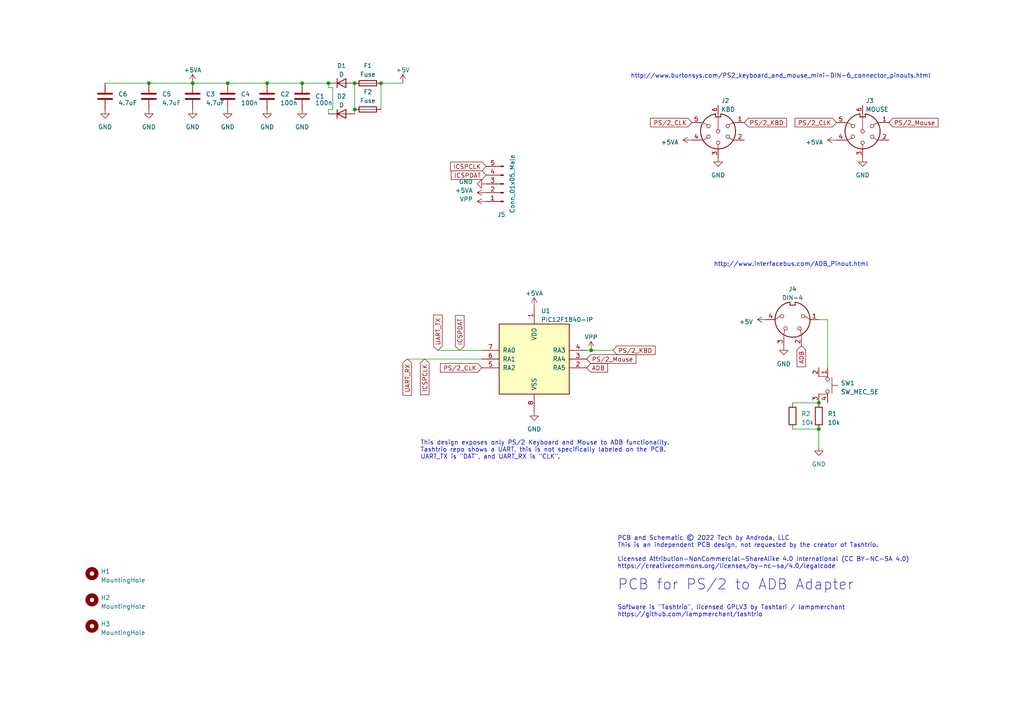
<source format=kicad_sch>
(kicad_sch (version 20221004) (generator eeschema)
  (paper "A4")
  (lib_symbols
    (symbol "Connector:Conn_01x05_Male" (pin_names (offset 1.016) hide)
      (property "Reference" "J" (at 0 7.62 0))
      (property "Value" "Conn_01x05_Male" (at 0 -7.62 0))
      (symbol "Conn_01x05_Male_1_1"
        (polyline (pts (xy 1.27 -5.08) (xy 0.8636 -5.08)) (stroke (width 0.1524)))
        (polyline (pts (xy 1.27 -2.54) (xy 0.8636 -2.54)) (stroke (width 0.1524)))
        (polyline (pts (xy 1.27 0) (xy 0.8636 0)) (stroke (width 0.1524)))
        (polyline (pts (xy 1.27 2.54) (xy 0.8636 2.54)) (stroke (width 0.1524)))
        (polyline (pts (xy 1.27 5.08) (xy 0.8636 5.08)) (stroke (width 0.1524)))
        (rectangle (start 0.8636 -4.953) (end 0 -5.207) (stroke (width 0.1524)) (fill (type outline)))
        (rectangle (start 0.8636 -2.413) (end 0 -2.667) (stroke (width 0.1524)) (fill (type outline)))
        (rectangle (start 0.8636 0.127) (end 0 -0.127) (stroke (width 0.1524)) (fill (type outline)))
        (rectangle (start 0.8636 2.667) (end 0 2.413) (stroke (width 0.1524)) (fill (type outline)))
        (rectangle (start 0.8636 5.207) (end 0 4.953) (stroke (width 0.1524)) (fill (type outline)))
        (pin passive line (at 5.08 5.08 180) (length 3.81) (name "Pin_1") (number "1"))
        (pin passive line (at 5.08 2.54 180) (length 3.81) (name "Pin_2") (number "2"))
        (pin passive line (at 5.08 0 180) (length 3.81) (name "Pin_3") (number "3"))
        (pin passive line (at 5.08 -2.54 180) (length 3.81) (name "Pin_4") (number "4"))
        (pin passive line (at 5.08 -5.08 180) (length 3.81) (name "Pin_5") (number "5"))
      )
    )
    (symbol "Connector:DIN-4" (pin_names (offset 1.016))
      (property "Reference" "J" (at 5.334 5.08 0))
      (property "Value" "DIN-4" (at 0 -6.35 0))
      (symbol "DIN-4_0_1"
        (arc (start -5.08 0) (mid -3.8609 -3.3364) (end -0.762 -5.08) (stroke (width 0.254)))
        (circle (center -3.048 -1.016) (radius 0.508))
        (circle (center -2.032 2.54) (radius 0.508))
        (polyline (pts (xy -3.556 -1.016) (xy -5.08 0)))
        (polyline (pts (xy 5.08 0) (xy 3.556 -1.016)))
        (polyline (pts (xy -2.54 5.08) (xy -2.54 4.318) (xy -2.286 3.048)))
        (polyline (pts (xy 2.54 5.08) (xy 2.54 4.318) (xy 2.286 3.048)))
        (polyline (pts (xy -0.762 -4.953) (xy -0.762 -4.191) (xy 0.762 -4.191) (xy 0.762 -4.953)) (stroke (width 0.254)))
        (arc (start 0.762 -5.08) (mid 3.8685 -3.343) (end 5.08 0) (stroke (width 0.254)))
        (circle (center 2.032 2.54) (radius 0.508))
        (circle (center 3.048 -1.016) (radius 0.508))
        (arc (start 5.08 0) (mid 0 5.08) (end -5.08 0) (stroke (width 0.254)))
      )
      (symbol "DIN-4_1_1"
        (pin passive line (at -7.62 0 0) (length 2.54) (name "~") (number "1"))
        (pin passive line (at -2.54 7.62 270) (length 2.54) (name "~") (number "2"))
        (pin passive line (at 2.54 7.62 270) (length 2.54) (name "~") (number "3"))
        (pin passive line (at 7.62 0 180) (length 2.54) (name "~") (number "4"))
      )
    )
    (symbol "Connector:DIN-6" (pin_names (offset 1.016))
      (property "Reference" "J" (at 3.175 5.715 0))
      (property "Value" "DIN-6" (at 4.445 -4.445 0))
      (symbol "DIN-6_0_1"
        (arc (start -5.08 0) (mid -3.8609 -3.3364) (end -0.762 -5.08) (stroke (width 0.254)))
        (circle (center -2.794 -1.524) (radius 0.508))
        (circle (center -2.794 1.524) (radius 0.508))
        (polyline (pts (xy 0 -5.08) (xy 0 -0.508)))
        (polyline (pts (xy 0 5.08) (xy 0 3.81)))
        (polyline (pts (xy -5.08 -2.54) (xy -4.318 -2.54) (xy -3.175 -1.905)))
        (polyline (pts (xy -5.08 2.54) (xy -4.318 2.54) (xy -3.175 1.905)))
        (polyline (pts (xy 5.08 -2.54) (xy 4.318 -2.54) (xy 3.175 -1.905)))
        (polyline (pts (xy 5.08 2.54) (xy 4.318 2.54) (xy 3.175 1.905)))
        (polyline (pts (xy -0.762 -4.953) (xy -0.762 -4.191) (xy 0.762 -4.191) (xy 0.762 -4.953)) (stroke (width 0.254)))
        (circle (center 0 0) (radius 0.508))
        (circle (center 0 3.302) (radius 0.508))
        (arc (start 0.762 -5.08) (mid 3.8685 -3.343) (end 5.08 0) (stroke (width 0.254)))
        (circle (center 2.794 -1.524) (radius 0.508))
        (circle (center 2.794 1.524) (radius 0.508))
        (arc (start 5.08 0) (mid 0 5.08) (end -5.08 0) (stroke (width 0.254)))
      )
      (symbol "DIN-6_1_1"
        (pin passive line (at -7.62 -2.54 0) (length 2.54) (name "~") (number "1"))
        (pin passive line (at -7.62 2.54 0) (length 2.54) (name "~") (number "2"))
        (pin passive line (at 0 7.62 270) (length 2.54) (name "~") (number "3"))
        (pin passive line (at 7.62 2.54 180) (length 2.54) (name "~") (number "4"))
        (pin passive line (at 7.62 -2.54 180) (length 2.54) (name "~") (number "5"))
        (pin passive line (at 0 -7.62 90) (length 2.54) (name "~") (number "6"))
      )
    )
    (symbol "Device:C" (pin_numbers hide) (pin_names (offset 0.254))
      (property "Reference" "C" (at 0.635 2.54 0))
      (property "Value" "C" (at 0.635 -2.54 0))
      (symbol "C_0_1"
        (polyline (pts (xy -2.032 -0.762) (xy 2.032 -0.762)) (stroke (width 0.508)))
        (polyline (pts (xy -2.032 0.762) (xy 2.032 0.762)) (stroke (width 0.508)))
      )
      (symbol "C_1_1"
        (pin passive line (at 0 3.81 270) (length 2.794) (name "~") (number "1"))
        (pin passive line (at 0 -3.81 90) (length 2.794) (name "~") (number "2"))
      )
    )
    (symbol "Device:D" (pin_numbers hide) (pin_names (offset 1.016) hide)
      (property "Reference" "D" (at 0 2.54 0))
      (property "Value" "D" (at 0 -2.54 0))
      (symbol "D_0_1"
        (polyline (pts (xy -1.27 1.27) (xy -1.27 -1.27)) (stroke (width 0.254)))
        (polyline (pts (xy 1.27 0) (xy -1.27 0)))
        (polyline (pts (xy 1.27 1.27) (xy 1.27 -1.27) (xy -1.27 0) (xy 1.27 1.27)) (stroke (width 0.254)))
      )
      (symbol "D_1_1"
        (pin passive line (at -3.81 0 0) (length 2.54) (name "K") (number "1"))
        (pin passive line (at 3.81 0 180) (length 2.54) (name "A") (number "2"))
      )
    )
    (symbol "Device:Fuse" (pin_numbers hide) (pin_names (offset 0))
      (property "Reference" "F" (at 2.032 0 90))
      (property "Value" "Fuse" (at -1.905 0 90))
      (symbol "Fuse_0_1"
        (rectangle (start -0.762 -2.54) (end 0.762 2.54) (stroke (width 0.254)))
        (polyline (pts (xy 0 2.54) (xy 0 -2.54)))
      )
      (symbol "Fuse_1_1"
        (pin passive line (at 0 3.81 270) (length 1.27) (name "~") (number "1"))
        (pin passive line (at 0 -3.81 90) (length 1.27) (name "~") (number "2"))
      )
    )
    (symbol "Device:R" (pin_numbers hide) (pin_names (offset 0))
      (property "Reference" "R" (at 2.032 0 90))
      (property "Value" "R" (at 0 0 90))
      (symbol "R_0_1"
        (rectangle (start -1.016 -2.54) (end 1.016 2.54) (stroke (width 0.254)))
      )
      (symbol "R_1_1"
        (pin passive line (at 0 3.81 270) (length 1.27) (name "~") (number "1"))
        (pin passive line (at 0 -3.81 90) (length 1.27) (name "~") (number "2"))
      )
    )
    (symbol "MCU_Microchip_PIC12:PIC12F1840-IP" (pin_names (offset 1.016))
      (property "Reference" "U" (at 1.27 13.97 0))
      (property "Value" "PIC12F1840-IP" (at 1.27 11.43 0))
      (symbol "PIC12F1840-IP_0_1"
        (rectangle (start 10.16 -10.16) (end -10.16 10.16) (stroke (width 0.254)) (fill (type background)))
      )
      (symbol "PIC12F1840-IP_1_1"
        (pin power_in line (at 0 15.24 270) (length 5.08) (name "VDD") (number "1"))
        (pin bidirectional line (at 15.24 -2.54 180) (length 5.08) (name "RA5") (number "2"))
        (pin bidirectional line (at 15.24 0 180) (length 5.08) (name "RA4") (number "3"))
        (pin input line (at 15.24 2.54 180) (length 5.08) (name "RA3") (number "4"))
        (pin bidirectional line (at -15.24 -2.54 0) (length 5.08) (name "RA2") (number "5"))
        (pin bidirectional line (at -15.24 0 0) (length 5.08) (name "RA1") (number "6"))
        (pin bidirectional line (at -15.24 2.54 0) (length 5.08) (name "RA0") (number "7"))
        (pin power_in line (at 0 -15.24 90) (length 5.08) (name "VSS") (number "8"))
      )
    )
    (symbol "Mechanical:MountingHole" (pin_names (offset 1.016))
      (property "Reference" "H" (at 0 5.08 0))
      (property "Value" "MountingHole" (at 0 3.175 0))
      (symbol "MountingHole_0_1"
        (circle (center 0 0) (radius 1.27) (stroke (width 1.27)))
      )
    )
    (symbol "Switch:SW_MEC_5E" (pin_names (offset 1.016) hide)
      (property "Reference" "SW" (at 0.635 5.715 0))
      (property "Value" "SW_MEC_5E" (at 0 -3.175 0))
      (symbol "SW_MEC_5E_0_1"
        (circle (center -1.778 2.54) (radius 0.508))
        (polyline (pts (xy -2.286 3.81) (xy 2.286 3.81)))
        (polyline (pts (xy 0 3.81) (xy 0 5.588)))
        (polyline (pts (xy -2.54 0) (xy -2.54 2.54) (xy -2.286 2.54)))
        (polyline (pts (xy 2.54 0) (xy 2.54 2.54) (xy 2.286 2.54)))
        (circle (center 1.778 2.54) (radius 0.508))
        (pin passive line (at -5.08 2.54 0) (length 2.54) (name "1") (number "1"))
        (pin passive line (at -5.08 0 0) (length 2.54) (name "2") (number "2"))
        (pin passive line (at 5.08 0 180) (length 2.54) (name "K") (number "3"))
        (pin passive line (at 5.08 2.54 180) (length 2.54) (name "A") (number "4"))
      )
    )
    (symbol "power:+5V" (power) (pin_names (offset 0))
      (property "Value" "+5V" (at 0 3.556 0))
      (symbol "+5V_0_1"
        (polyline (pts (xy -0.762 1.27) (xy 0 2.54)))
        (polyline (pts (xy 0 0) (xy 0 2.54)))
        (polyline (pts (xy 0 2.54) (xy 0.762 1.27)))
      )
      (symbol "+5V_1_1"
        (pin power_in line (at 0 0 90) (length 0) hide (name "+5V") (number "1"))
      )
    )
    (symbol "power:+5VA" (power) (pin_names (offset 0))
      (property "Value" "+5VA" (at 0 3.556 0))
      (symbol "+5VA_0_1"
        (polyline (pts (xy -0.762 1.27) (xy 0 2.54)))
        (polyline (pts (xy 0 0) (xy 0 2.54)))
        (polyline (pts (xy 0 2.54) (xy 0.762 1.27)))
      )
      (symbol "+5VA_1_1"
        (pin power_in line (at 0 0 90) (length 0) hide (name "+5VA") (number "1"))
      )
    )
    (symbol "power:GND" (power) (pin_names (offset 0))
      (property "Value" "GND" (at 0 -3.81 0))
      (symbol "GND_0_1"
        (polyline (pts (xy 0 0) (xy 0 -1.27) (xy 1.27 -1.27) (xy 0 -2.54) (xy -1.27 -1.27) (xy 0 -1.27)))
      )
      (symbol "GND_1_1"
        (pin power_in line (at 0 0 270) (length 0) hide (name "GND") (number "1"))
      )
    )
    (symbol "power:VPP" (power) (pin_names (offset 0))
      (property "Value" "VPP" (at 0 3.81 0))
      (symbol "VPP_0_1"
        (polyline (pts (xy -0.762 1.27) (xy 0 2.54)))
        (polyline (pts (xy 0 0) (xy 0 2.54)))
        (polyline (pts (xy 0 2.54) (xy 0.762 1.27)))
      )
      (symbol "VPP_1_1"
        (pin power_in line (at 0 0 90) (length 0) hide (name "VPP") (number "1"))
      )
    )
  )
  (junction (at 43.18 24.13))
  (junction (at 102.87 31.75))
  (junction (at 66.04 24.13))
  (junction (at 95.25 24.13))
  (junction (at 77.47 24.13))
  (junction (at 102.87 24.13))
  (junction (at 237.49 116.84))
  (junction (at 55.88 24.13))
  (junction (at 87.63 24.13))
  (junction (at 171.45 101.6))
  (junction (at 237.49 124.46))
  (junction (at 110.49 24.13))
  (wire (pts (xy 30.48 24.13) (xy 43.18 24.13)))
  (wire (pts (xy 96.52 31.75) (xy 96.52 25.4)))
  (wire (pts (xy 237.49 92.71) (xy 240.03 92.71)))
  (wire (pts (xy 116.84 24.13) (xy 110.49 24.13)))
  (wire (pts (xy 171.45 101.6) (xy 170.18 101.6)))
  (wire (pts (xy 95.25 24.13) (xy 87.63 24.13)))
  (wire (pts (xy 102.87 31.75) (xy 102.87 33.02)))
  (wire (pts (xy 95.25 33.02) (xy 95.25 31.75)))
  (wire (pts (xy 127 101.6) (xy 139.7 101.6)))
  (wire (pts (xy 229.87 124.46) (xy 237.49 124.46)))
  (wire (pts (xy 95.25 31.75) (xy 96.52 31.75)))
  (wire (pts (xy 55.88 24.13) (xy 66.04 24.13)))
  (wire (pts (xy 95.25 24.13) (xy 95.25 25.4)))
  (wire (pts (xy 237.49 124.46) (xy 237.49 129.54)))
  (wire (pts (xy 229.87 116.84) (xy 237.49 116.84)))
  (wire (pts (xy 110.49 24.13) (xy 110.49 31.75)))
  (wire (pts (xy 77.47 24.13) (xy 87.63 24.13)))
  (wire (pts (xy 96.52 25.4) (xy 95.25 25.4)))
  (wire (pts (xy 177.8 101.6) (xy 171.45 101.6)))
  (wire (pts (xy 66.04 24.13) (xy 77.47 24.13)))
  (wire (pts (xy 102.87 24.13) (xy 102.87 31.75)))
  (wire (pts (xy 118.11 104.14) (xy 139.7 104.14)))
  (wire (pts (xy 240.03 92.71) (xy 240.03 106.68)))
  (wire (pts (xy 43.18 24.13) (xy 55.88 24.13)))
  (text "http://www.interfacebus.com/ADB_Pinout.html" (at 207.01 77.47 0) (effects (font (size 1.27 1.27)) (justify left bottom)))
  (text "This design exposes only PS/2 Keyboard and Mouse to ADB functionality.\nTashtrio repo shows a UART, this is not specifically labeled on the PCB.\nUART_TX is \"DAT\", and UART_RX is \"CLK\"." (at 121.92 133.35 0) (effects (font (size 1.27 1.27)) (justify left bottom)))
  (text "PCB for PS/2 to ADB Adapter" (at 179.07 171.45 0) (effects (font (size 3 3)) (justify left bottom)))
  (text "Software is \"Tashtrio\", licensed GPLV3 by Tashtari / lampmerchant\nhttps://github.com/lampmerchant/tashtrio" (at 179.07 179.07 0) (effects (font (size 1.27 1.27)) (justify left bottom)))
  (text "http://www.burtonsys.com/PS2_keyboard_and_mouse_mini-DIN-6_connector_pinouts.html" (at 182.88 22.86 0) (effects (font (size 1.27 1.27)) (justify left bottom)))
  (text "PCB and Schematic © 2022 Tech by Androda, LLC\nThis is an independent PCB design, not requested by the creator of Tashtrio.\n\nLicensed Attribution-NonCommercial-ShareAlike 4.0 International (CC BY-NC-SA 4.0)\nhttps://creativecommons.org/licenses/by-nc-sa/4.0/legalcode" (at 179.07 165.1 0) (effects (font (size 1.27 1.27)) (justify left bottom)))
  (global_label "UART_RX" (shape input) (at 118.11 104.14 270) (property "Intersheetrefs" "${INTERSHEET_REFS}" (effects hide)))
  (global_label "PS{slash}2_KBD" (shape input) (at 177.8 101.6 0) (property "Intersheetrefs" "${INTERSHEET_REFS}" (effects hide)))
  (global_label "UART_TX" (shape input) (at 127 101.6 90) (property "Intersheetrefs" "${INTERSHEET_REFS}" (effects hide)))
  (global_label "ICSPDAT" (shape input) (at 140.97 50.8 180) (property "Intersheetrefs" "${INTERSHEET_REFS}" (effects hide)))
  (global_label "ICSPCLK" (shape input) (at 123.19 104.14 270) (property "Intersheetrefs" "${INTERSHEET_REFS}" (effects hide)))
  (global_label "PS{slash}2_Mouse" (shape input) (at 170.18 104.14 0) (property "Intersheetrefs" "${INTERSHEET_REFS}" (effects hide)))
  (global_label "ADB" (shape input) (at 170.18 106.68 0) (property "Intersheetrefs" "${INTERSHEET_REFS}" (effects hide)))
  (global_label "ICSPDAT" (shape input) (at 133.35 101.6 90) (property "Intersheetrefs" "${INTERSHEET_REFS}" (effects hide)))
  (global_label "PS{slash}2_CLK" (shape input) (at 139.7 106.68 180) (property "Intersheetrefs" "${INTERSHEET_REFS}" (effects hide)))
  (global_label "PS{slash}2_KBD" (shape input) (at 215.9 35.56 0) (property "Intersheetrefs" "${INTERSHEET_REFS}" (effects hide)))
  (global_label "ADB" (shape input) (at 232.41 100.33 270) (property "Intersheetrefs" "${INTERSHEET_REFS}" (effects hide)))
  (global_label "PS{slash}2_Mouse" (shape input) (at 257.81 35.56 0) (property "Intersheetrefs" "${INTERSHEET_REFS}" (effects hide)))
  (global_label "PS{slash}2_CLK" (shape input) (at 242.57 35.56 180) (property "Intersheetrefs" "${INTERSHEET_REFS}" (effects hide)))
  (global_label "PS{slash}2_CLK" (shape input) (at 200.66 35.56 180) (property "Intersheetrefs" "${INTERSHEET_REFS}" (effects hide)))
  (global_label "ICSPCLK" (shape input) (at 140.97 48.26 180) (property "Intersheetrefs" "${INTERSHEET_REFS}" (effects hide)))
  (symbol (lib_id "Device:C") (at 30.48 27.94 0) (unit 1)
    (property "Reference" "C6" (at 34.29 27.305 0) (effects (justify left)))
    (property "Value" "4.7uF" (at 34.29 29.845 0) (effects (justify left)))
    (property "Footprint" "Capacitor_THT:CP_Radial_D5.0mm_P2.50mm" (effects hide))
  )
  (symbol (lib_id "power:GND") (at 30.48 31.75 0) (unit 1)
    (property "Reference" "#PWR0121" (effects hide))
    (property "Value" "GND" (at 30.48 36.83 0))
  )
  (symbol (lib_id "Mechanical:MountingHole") (at 26.67 181.61 0) (unit 1)
    (property "Reference" "H3" (at 29.21 180.975 0) (effects (justify left)))
    (property "Value" "MountingHole" (at 29.21 183.515 0) (effects (justify left)))
    (property "Footprint" "MountingHole:MountingHole_3.2mm_M3" (effects hide))
  )
  (symbol (lib_id "power:GND") (at 154.94 119.38 0) (unit 1)
    (property "Reference" "#PWR0111" (effects hide))
    (property "Value" "GND" (at 154.94 124.46 0))
  )
  (symbol (lib_id "Mechanical:MountingHole") (at 26.67 166.37 0) (unit 1)
    (property "Reference" "H1" (at 29.21 165.735 0) (effects (justify left)))
    (property "Value" "MountingHole" (at 29.21 168.275 0) (effects (justify left)))
    (property "Footprint" "MountingHole:MountingHole_3.2mm_M3" (effects hide))
  )
  (symbol (lib_id "Connector:DIN-6") (at 250.19 38.1 180) (unit 1)
    (property "Reference" "J3" (at 251.0789 29.21 0) (effects (justify right)))
    (property "Value" "MOUSE" (at 251.0789 31.75 0) (effects (justify right)))
    (property "Footprint" "Library:PS2_MDR6_MINI-DIN" (effects hide))
    (property "Datasheet" "http://www.mouser.com/ds/2/18/40_c091_abd_e-75918.pdf" (effects hide))
  )
  (symbol (lib_id "power:VPP") (at 140.97 58.42 90) (mirror x) (unit 1)
    (property "Reference" "#PWR0119" (effects hide))
    (property "Value" "VPP" (at 137.16 57.785 90) (effects (justify left)))
  )
  (symbol (lib_id "Connector:DIN-4") (at 229.87 92.71 180) (unit 1)
    (property "Reference" "J4" (at 229.8699 83.82 0))
    (property "Value" "DIN-4" (at 229.8699 86.36 0))
    (property "Footprint" "Library:ADB_MDR4_MINI-DIN" (effects hide))
    (property "Datasheet" "http://www.mouser.com/ds/2/18/40_c091_abd_e-75918.pdf" (effects hide))
  )
  (symbol (lib_id "Device:C") (at 77.47 27.94 0) (unit 1)
    (property "Reference" "C2" (at 81.28 27.305 0) (effects (justify left)))
    (property "Value" "100n" (at 81.28 29.845 0) (effects (justify left)))
    (property "Footprint" "Capacitor_SMD:C_0805_2012Metric_Pad1.18x1.45mm_HandSolder" (effects hide))
  )
  (symbol (lib_id "Device:C") (at 43.18 27.94 0) (unit 1)
    (property "Reference" "C5" (at 46.99 27.305 0) (effects (justify left)))
    (property "Value" "4.7uF" (at 46.99 29.845 0) (effects (justify left)))
    (property "Footprint" "Capacitor_THT:CP_Radial_D5.0mm_P2.50mm" (effects hide))
  )
  (symbol (lib_id "power:+5VA") (at 55.88 24.13 0) (unit 1)
    (property "Reference" "#PWR0104" (effects hide))
    (property "Value" "+5VA" (at 55.88 20.32 0))
  )
  (symbol (lib_id "Device:D") (at 99.06 33.02 0) (unit 1)
    (property "Reference" "D2" (at 99.06 27.94 0))
    (property "Value" "D" (at 99.06 30.48 0))
    (property "Footprint" "Diode_SMD:D_SMA" (effects hide))
  )
  (symbol (lib_id "power:GND") (at 250.19 45.72 0) (unit 1)
    (property "Reference" "#PWR0115" (effects hide))
    (property "Value" "GND" (at 250.19 50.8 0))
  )
  (symbol (lib_id "Device:Fuse") (at 106.68 31.75 270) (unit 1)
    (property "Reference" "F2" (at 106.68 26.67 90))
    (property "Value" "Fuse" (at 106.68 29.21 90))
    (property "Footprint" "Fuse:Fuse_BelFuse_0ZRE0005FF_L8.3mm_W3.8mm" (effects hide))
  )
  (symbol (lib_id "power:VPP") (at 171.45 101.6 0) (unit 1)
    (property "Reference" "#PWR0118" (effects hide))
    (property "Value" "VPP" (at 171.45 97.79 0))
  )
  (symbol (lib_id "power:+5V") (at 116.84 24.13 0) (unit 1)
    (property "Reference" "#PWR0107" (effects hide))
    (property "Value" "+5V" (at 116.84 20.32 0))
  )
  (symbol (lib_id "power:GND") (at 77.47 31.75 0) (unit 1)
    (property "Reference" "#PWR0105" (effects hide))
    (property "Value" "GND" (at 77.47 36.83 0))
  )
  (symbol (lib_id "power:+5VA") (at 140.97 55.88 90) (mirror x) (unit 1)
    (property "Reference" "#PWR0102" (effects hide))
    (property "Value" "+5VA" (at 137.16 55.245 90) (effects (justify left)))
  )
  (symbol (lib_id "Device:C") (at 87.63 27.94 0) (unit 1)
    (property "Reference" "C1" (at 91.44 27.94 0) (effects (justify left)))
    (property "Value" "100n" (at 91.44 29.845 0) (effects (justify left)))
    (property "Footprint" "Capacitor_SMD:C_0805_2012Metric_Pad1.18x1.45mm_HandSolder" (effects hide))
  )
  (symbol (lib_id "Mechanical:MountingHole") (at 26.67 173.99 0) (unit 1)
    (property "Reference" "H2" (at 29.21 173.355 0) (effects (justify left)))
    (property "Value" "MountingHole" (at 29.21 175.895 0) (effects (justify left)))
    (property "Footprint" "MountingHole:MountingHole_3.2mm_M3" (effects hide))
  )
  (symbol (lib_id "power:+5VA") (at 200.66 40.64 90) (unit 1)
    (property "Reference" "#PWR0113" (effects hide))
    (property "Value" "+5VA" (at 196.85 41.275 90) (effects (justify left)))
  )
  (symbol (lib_id "power:+5VA") (at 242.57 40.64 90) (unit 1)
    (property "Reference" "#PWR0116" (effects hide))
    (property "Value" "+5VA" (at 238.76 41.275 90) (effects (justify left)))
  )
  (symbol (lib_id "Device:D") (at 99.06 24.13 0) (unit 1)
    (property "Reference" "D1" (at 99.06 19.05 0))
    (property "Value" "D" (at 99.06 21.59 0))
    (property "Footprint" "Diode_THT:D_DO-15_P12.70mm_Horizontal" (effects hide))
  )
  (symbol (lib_id "Device:C") (at 66.04 27.94 0) (unit 1)
    (property "Reference" "C4" (at 69.85 27.305 0) (effects (justify left)))
    (property "Value" "100n" (at 69.85 29.845 0) (effects (justify left)))
    (property "Footprint" "Capacitor_SMD:C_0805_2012Metric_Pad1.18x1.45mm_HandSolder" (effects hide))
  )
  (symbol (lib_id "power:GND") (at 55.88 31.75 0) (unit 1)
    (property "Reference" "#PWR0103" (effects hide))
    (property "Value" "GND" (at 55.88 36.83 0))
  )
  (symbol (lib_id "power:GND") (at 140.97 53.34 270) (mirror x) (unit 1)
    (property "Reference" "#PWR0101" (effects hide))
    (property "Value" "GND" (at 137.16 52.705 90) (effects (justify right)))
  )
  (symbol (lib_id "power:GND") (at 208.28 45.72 0) (unit 1)
    (property "Reference" "#PWR0114" (effects hide))
    (property "Value" "GND" (at 208.28 50.8 0))
  )
  (symbol (lib_id "power:GND") (at 237.49 129.54 0) (unit 1)
    (property "Reference" "#PWR0108" (effects hide))
    (property "Value" "GND" (at 237.49 134.62 0))
  )
  (symbol (lib_id "power:GND") (at 87.63 31.75 0) (unit 1)
    (property "Reference" "#PWR0106" (effects hide))
    (property "Value" "GND" (at 87.63 36.83 0))
  )
  (symbol (lib_id "Connector:DIN-6") (at 208.28 38.1 180) (unit 1)
    (property "Reference" "J2" (at 209.1689 29.21 0) (effects (justify right)))
    (property "Value" "KBD" (at 209.1689 31.75 0) (effects (justify right)))
    (property "Footprint" "Library:PS2_MDR6_MINI-DIN" (effects hide))
    (property "Datasheet" "http://www.mouser.com/ds/2/18/40_c091_abd_e-75918.pdf" (effects hide))
  )
  (symbol (lib_id "Device:Fuse") (at 106.68 24.13 90) (unit 1)
    (property "Reference" "F1" (at 106.68 19.05 90))
    (property "Value" "Fuse" (at 106.68 21.59 90))
    (property "Footprint" "Fuse:Fuse_0805_2012Metric_Pad1.15x1.40mm_HandSolder" (effects hide))
  )
  (symbol (lib_id "Device:R") (at 237.49 120.65 0) (unit 1)
    (property "Reference" "R1" (at 240.03 120.015 0) (effects (justify left)))
    (property "Value" "10k" (at 240.03 122.555 0) (effects (justify left)))
    (property "Footprint" "Resistor_SMD:R_0805_2012Metric_Pad1.20x1.40mm_HandSolder" (effects hide))
  )
  (symbol (lib_id "Device:C") (at 55.88 27.94 0) (unit 1)
    (property "Reference" "C3" (at 59.69 27.305 0) (effects (justify left)))
    (property "Value" "4.7uF" (at 59.69 29.845 0) (effects (justify left)))
    (property "Footprint" "Capacitor_THT:CP_Radial_D6.3mm_P2.50mm" (effects hide))
  )
  (symbol (lib_id "power:+5V") (at 222.25 92.71 90) (unit 1)
    (property "Reference" "#PWR0109" (effects hide))
    (property "Value" "+5V" (at 218.44 93.345 90) (effects (justify left)))
  )
  (symbol (lib_id "power:GND") (at 66.04 31.75 0) (unit 1)
    (property "Reference" "#PWR0117" (effects hide))
    (property "Value" "GND" (at 66.04 36.83 0))
  )
  (symbol (lib_id "MCU_Microchip_PIC12:PIC12F1840-IP") (at 154.94 104.14 0) (unit 1)
    (property "Reference" "U1" (at 156.8959 90.17 0) (effects (justify left)))
    (property "Value" "PIC12F1840-IP" (at 156.8959 92.71 0) (effects (justify left)))
    (property "Footprint" "Package_DIP:DIP-8_W7.62mm" (effects hide))
    (property "Datasheet" "http://ww1.microchip.com/downloads/en/DeviceDoc/41441B.pdf" (effects hide))
  )
  (symbol (lib_id "Switch:SW_MEC_5E") (at 237.49 111.76 270) (unit 1)
    (property "Reference" "SW1" (at 243.84 111.125 90) (effects (justify left)))
    (property "Value" "SW_MEC_5E" (at 243.84 113.665 90) (effects (justify left)))
    (property "Footprint" "Library:SW_SPST_TL3305A" (effects hide))
    (property "Datasheet" "http://www.apem.com/int/index.php?controller=attachment&id_attachment=1371" (effects hide))
  )
  (symbol (lib_id "power:GND") (at 227.33 100.33 0) (unit 1)
    (property "Reference" "#PWR0110" (effects hide))
    (property "Value" "GND" (at 227.33 105.5558 0))
  )
  (symbol (lib_id "power:GND") (at 43.18 31.75 0) (unit 1)
    (property "Reference" "#PWR0120" (effects hide))
    (property "Value" "GND" (at 43.18 36.83 0))
  )
  (symbol (lib_id "power:+5VA") (at 154.94 88.9 0) (unit 1)
    (property "Reference" "#PWR0112" (effects hide))
    (property "Value" "+5VA" (at 154.94 85.09 0))
  )
  (symbol (lib_id "Connector:Conn_01x05_Male") (at 146.05 53.34 180) (unit 1)
    (property "Reference" "J5" (at 145.415 62.23 0))
    (property "Value" "Conn_01x05_Male" (at 148.59 53.34 90))
    (property "Footprint" "Connector_PinHeader_2.54mm:PinHeader_1x05_P2.54mm_Vertical" (effects hide))
  )
  (symbol (lib_id "Device:R") (at 229.87 120.65 0) (unit 1)
    (property "Reference" "R2" (at 232.41 120.015 0) (effects (justify left)))
    (property "Value" "10k" (at 232.41 122.555 0) (effects (justify left)))
    (property "Footprint" "Resistor_THT:R_Axial_DIN0411_L9.9mm_D3.6mm_P12.70mm_Horizontal" (effects hide))
  )
)
</source>
